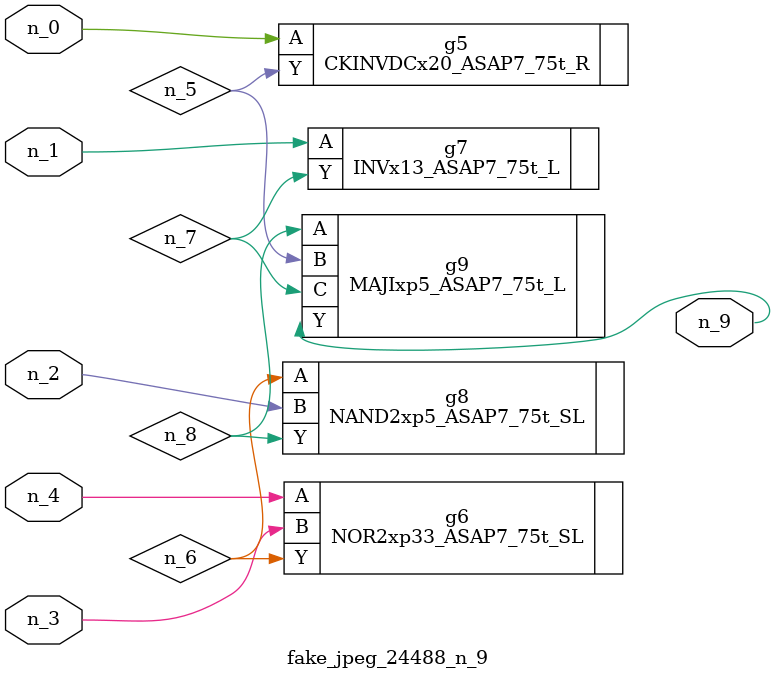
<source format=v>
module fake_jpeg_24488_n_9 (n_3, n_2, n_1, n_0, n_4, n_9);

input n_3;
input n_2;
input n_1;
input n_0;
input n_4;

output n_9;

wire n_8;
wire n_6;
wire n_5;
wire n_7;

CKINVDCx20_ASAP7_75t_R g5 ( 
.A(n_0),
.Y(n_5)
);

NOR2xp33_ASAP7_75t_SL g6 ( 
.A(n_4),
.B(n_3),
.Y(n_6)
);

INVx13_ASAP7_75t_L g7 ( 
.A(n_1),
.Y(n_7)
);

NAND2xp5_ASAP7_75t_SL g8 ( 
.A(n_6),
.B(n_2),
.Y(n_8)
);

MAJIxp5_ASAP7_75t_L g9 ( 
.A(n_8),
.B(n_5),
.C(n_7),
.Y(n_9)
);


endmodule
</source>
